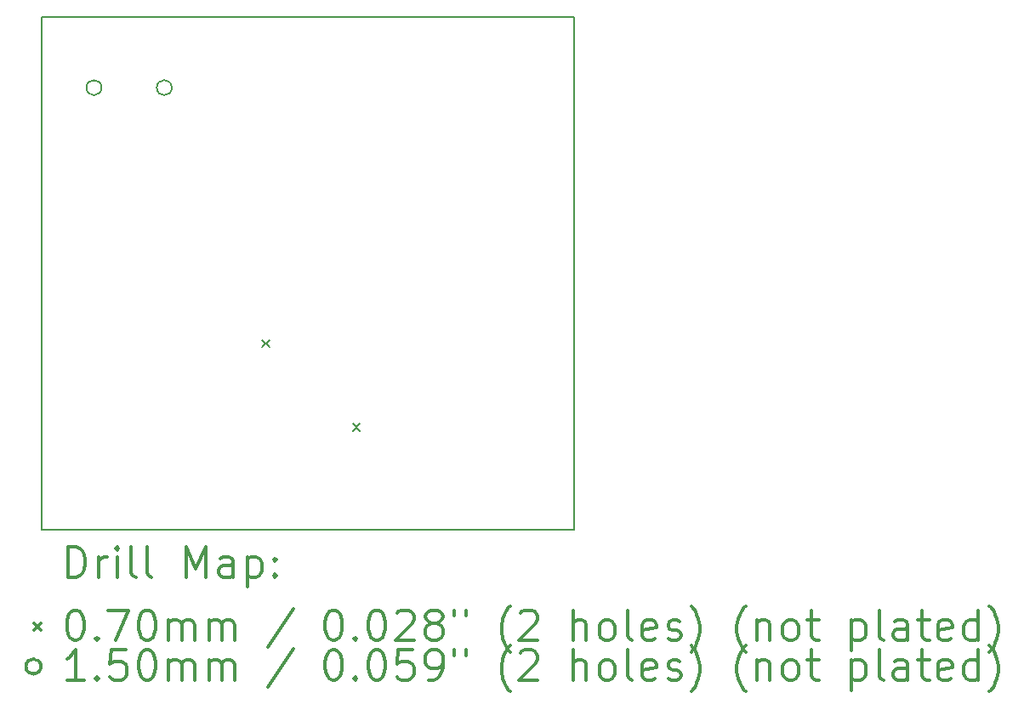
<source format=gbr>
%FSLAX45Y45*%
G04 Gerber Fmt 4.5, Leading zero omitted, Abs format (unit mm)*
G04 Created by KiCad (PCBNEW 4.0.5+dfsg1-4) date Mon Aug 13 15:56:23 2018*
%MOMM*%
%LPD*%
G01*
G04 APERTURE LIST*
%ADD10C,0.127000*%
%ADD11C,0.150000*%
%ADD12C,0.200000*%
%ADD13C,0.300000*%
G04 APERTURE END LIST*
D10*
D11*
X4950000Y-8200000D02*
X4950000Y-13150000D01*
X10250000Y-8050000D02*
X10250000Y-8200000D01*
X4950000Y-8050000D02*
X4950000Y-8200000D01*
X10250000Y-8050000D02*
X4950000Y-8050000D01*
X10250000Y-13150000D02*
X4950000Y-13150000D01*
X10250000Y-8200000D02*
X10250000Y-13150000D01*
D12*
X7145160Y-11265750D02*
X7215160Y-11335750D01*
X7215160Y-11265750D02*
X7145160Y-11335750D01*
X8045160Y-12095750D02*
X8115160Y-12165750D01*
X8115160Y-12095750D02*
X8045160Y-12165750D01*
X5545000Y-8750000D02*
G75*
G03X5545000Y-8750000I-75000J0D01*
G01*
X6245000Y-8750000D02*
G75*
G03X6245000Y-8750000I-75000J0D01*
G01*
D13*
X5213929Y-13623214D02*
X5213929Y-13323214D01*
X5285357Y-13323214D01*
X5328214Y-13337500D01*
X5356786Y-13366071D01*
X5371071Y-13394643D01*
X5385357Y-13451786D01*
X5385357Y-13494643D01*
X5371071Y-13551786D01*
X5356786Y-13580357D01*
X5328214Y-13608929D01*
X5285357Y-13623214D01*
X5213929Y-13623214D01*
X5513929Y-13623214D02*
X5513929Y-13423214D01*
X5513929Y-13480357D02*
X5528214Y-13451786D01*
X5542500Y-13437500D01*
X5571071Y-13423214D01*
X5599643Y-13423214D01*
X5699643Y-13623214D02*
X5699643Y-13423214D01*
X5699643Y-13323214D02*
X5685357Y-13337500D01*
X5699643Y-13351786D01*
X5713928Y-13337500D01*
X5699643Y-13323214D01*
X5699643Y-13351786D01*
X5885357Y-13623214D02*
X5856786Y-13608929D01*
X5842500Y-13580357D01*
X5842500Y-13323214D01*
X6042500Y-13623214D02*
X6013928Y-13608929D01*
X5999643Y-13580357D01*
X5999643Y-13323214D01*
X6385357Y-13623214D02*
X6385357Y-13323214D01*
X6485357Y-13537500D01*
X6585357Y-13323214D01*
X6585357Y-13623214D01*
X6856786Y-13623214D02*
X6856786Y-13466071D01*
X6842500Y-13437500D01*
X6813928Y-13423214D01*
X6756786Y-13423214D01*
X6728214Y-13437500D01*
X6856786Y-13608929D02*
X6828214Y-13623214D01*
X6756786Y-13623214D01*
X6728214Y-13608929D01*
X6713928Y-13580357D01*
X6713928Y-13551786D01*
X6728214Y-13523214D01*
X6756786Y-13508929D01*
X6828214Y-13508929D01*
X6856786Y-13494643D01*
X6999643Y-13423214D02*
X6999643Y-13723214D01*
X6999643Y-13437500D02*
X7028214Y-13423214D01*
X7085357Y-13423214D01*
X7113928Y-13437500D01*
X7128214Y-13451786D01*
X7142500Y-13480357D01*
X7142500Y-13566071D01*
X7128214Y-13594643D01*
X7113928Y-13608929D01*
X7085357Y-13623214D01*
X7028214Y-13623214D01*
X6999643Y-13608929D01*
X7271071Y-13594643D02*
X7285357Y-13608929D01*
X7271071Y-13623214D01*
X7256786Y-13608929D01*
X7271071Y-13594643D01*
X7271071Y-13623214D01*
X7271071Y-13437500D02*
X7285357Y-13451786D01*
X7271071Y-13466071D01*
X7256786Y-13451786D01*
X7271071Y-13437500D01*
X7271071Y-13466071D01*
X4872500Y-14082500D02*
X4942500Y-14152500D01*
X4942500Y-14082500D02*
X4872500Y-14152500D01*
X5271071Y-13953214D02*
X5299643Y-13953214D01*
X5328214Y-13967500D01*
X5342500Y-13981786D01*
X5356786Y-14010357D01*
X5371071Y-14067500D01*
X5371071Y-14138929D01*
X5356786Y-14196071D01*
X5342500Y-14224643D01*
X5328214Y-14238929D01*
X5299643Y-14253214D01*
X5271071Y-14253214D01*
X5242500Y-14238929D01*
X5228214Y-14224643D01*
X5213929Y-14196071D01*
X5199643Y-14138929D01*
X5199643Y-14067500D01*
X5213929Y-14010357D01*
X5228214Y-13981786D01*
X5242500Y-13967500D01*
X5271071Y-13953214D01*
X5499643Y-14224643D02*
X5513929Y-14238929D01*
X5499643Y-14253214D01*
X5485357Y-14238929D01*
X5499643Y-14224643D01*
X5499643Y-14253214D01*
X5613928Y-13953214D02*
X5813928Y-13953214D01*
X5685357Y-14253214D01*
X5985357Y-13953214D02*
X6013928Y-13953214D01*
X6042500Y-13967500D01*
X6056786Y-13981786D01*
X6071071Y-14010357D01*
X6085357Y-14067500D01*
X6085357Y-14138929D01*
X6071071Y-14196071D01*
X6056786Y-14224643D01*
X6042500Y-14238929D01*
X6013928Y-14253214D01*
X5985357Y-14253214D01*
X5956786Y-14238929D01*
X5942500Y-14224643D01*
X5928214Y-14196071D01*
X5913928Y-14138929D01*
X5913928Y-14067500D01*
X5928214Y-14010357D01*
X5942500Y-13981786D01*
X5956786Y-13967500D01*
X5985357Y-13953214D01*
X6213928Y-14253214D02*
X6213928Y-14053214D01*
X6213928Y-14081786D02*
X6228214Y-14067500D01*
X6256786Y-14053214D01*
X6299643Y-14053214D01*
X6328214Y-14067500D01*
X6342500Y-14096071D01*
X6342500Y-14253214D01*
X6342500Y-14096071D02*
X6356786Y-14067500D01*
X6385357Y-14053214D01*
X6428214Y-14053214D01*
X6456786Y-14067500D01*
X6471071Y-14096071D01*
X6471071Y-14253214D01*
X6613928Y-14253214D02*
X6613928Y-14053214D01*
X6613928Y-14081786D02*
X6628214Y-14067500D01*
X6656786Y-14053214D01*
X6699643Y-14053214D01*
X6728214Y-14067500D01*
X6742500Y-14096071D01*
X6742500Y-14253214D01*
X6742500Y-14096071D02*
X6756786Y-14067500D01*
X6785357Y-14053214D01*
X6828214Y-14053214D01*
X6856786Y-14067500D01*
X6871071Y-14096071D01*
X6871071Y-14253214D01*
X7456786Y-13938929D02*
X7199643Y-14324643D01*
X7842500Y-13953214D02*
X7871071Y-13953214D01*
X7899643Y-13967500D01*
X7913928Y-13981786D01*
X7928214Y-14010357D01*
X7942500Y-14067500D01*
X7942500Y-14138929D01*
X7928214Y-14196071D01*
X7913928Y-14224643D01*
X7899643Y-14238929D01*
X7871071Y-14253214D01*
X7842500Y-14253214D01*
X7813928Y-14238929D01*
X7799643Y-14224643D01*
X7785357Y-14196071D01*
X7771071Y-14138929D01*
X7771071Y-14067500D01*
X7785357Y-14010357D01*
X7799643Y-13981786D01*
X7813928Y-13967500D01*
X7842500Y-13953214D01*
X8071071Y-14224643D02*
X8085357Y-14238929D01*
X8071071Y-14253214D01*
X8056786Y-14238929D01*
X8071071Y-14224643D01*
X8071071Y-14253214D01*
X8271071Y-13953214D02*
X8299643Y-13953214D01*
X8328214Y-13967500D01*
X8342500Y-13981786D01*
X8356785Y-14010357D01*
X8371071Y-14067500D01*
X8371071Y-14138929D01*
X8356785Y-14196071D01*
X8342500Y-14224643D01*
X8328214Y-14238929D01*
X8299643Y-14253214D01*
X8271071Y-14253214D01*
X8242500Y-14238929D01*
X8228214Y-14224643D01*
X8213928Y-14196071D01*
X8199643Y-14138929D01*
X8199643Y-14067500D01*
X8213928Y-14010357D01*
X8228214Y-13981786D01*
X8242500Y-13967500D01*
X8271071Y-13953214D01*
X8485357Y-13981786D02*
X8499643Y-13967500D01*
X8528214Y-13953214D01*
X8599643Y-13953214D01*
X8628214Y-13967500D01*
X8642500Y-13981786D01*
X8656786Y-14010357D01*
X8656786Y-14038929D01*
X8642500Y-14081786D01*
X8471071Y-14253214D01*
X8656786Y-14253214D01*
X8828214Y-14081786D02*
X8799643Y-14067500D01*
X8785357Y-14053214D01*
X8771071Y-14024643D01*
X8771071Y-14010357D01*
X8785357Y-13981786D01*
X8799643Y-13967500D01*
X8828214Y-13953214D01*
X8885357Y-13953214D01*
X8913928Y-13967500D01*
X8928214Y-13981786D01*
X8942500Y-14010357D01*
X8942500Y-14024643D01*
X8928214Y-14053214D01*
X8913928Y-14067500D01*
X8885357Y-14081786D01*
X8828214Y-14081786D01*
X8799643Y-14096071D01*
X8785357Y-14110357D01*
X8771071Y-14138929D01*
X8771071Y-14196071D01*
X8785357Y-14224643D01*
X8799643Y-14238929D01*
X8828214Y-14253214D01*
X8885357Y-14253214D01*
X8913928Y-14238929D01*
X8928214Y-14224643D01*
X8942500Y-14196071D01*
X8942500Y-14138929D01*
X8928214Y-14110357D01*
X8913928Y-14096071D01*
X8885357Y-14081786D01*
X9056786Y-13953214D02*
X9056786Y-14010357D01*
X9171071Y-13953214D02*
X9171071Y-14010357D01*
X9613928Y-14367500D02*
X9599643Y-14353214D01*
X9571071Y-14310357D01*
X9556786Y-14281786D01*
X9542500Y-14238929D01*
X9528214Y-14167500D01*
X9528214Y-14110357D01*
X9542500Y-14038929D01*
X9556786Y-13996071D01*
X9571071Y-13967500D01*
X9599643Y-13924643D01*
X9613928Y-13910357D01*
X9713928Y-13981786D02*
X9728214Y-13967500D01*
X9756786Y-13953214D01*
X9828214Y-13953214D01*
X9856786Y-13967500D01*
X9871071Y-13981786D01*
X9885357Y-14010357D01*
X9885357Y-14038929D01*
X9871071Y-14081786D01*
X9699643Y-14253214D01*
X9885357Y-14253214D01*
X10242500Y-14253214D02*
X10242500Y-13953214D01*
X10371071Y-14253214D02*
X10371071Y-14096071D01*
X10356786Y-14067500D01*
X10328214Y-14053214D01*
X10285357Y-14053214D01*
X10256786Y-14067500D01*
X10242500Y-14081786D01*
X10556786Y-14253214D02*
X10528214Y-14238929D01*
X10513928Y-14224643D01*
X10499643Y-14196071D01*
X10499643Y-14110357D01*
X10513928Y-14081786D01*
X10528214Y-14067500D01*
X10556786Y-14053214D01*
X10599643Y-14053214D01*
X10628214Y-14067500D01*
X10642500Y-14081786D01*
X10656786Y-14110357D01*
X10656786Y-14196071D01*
X10642500Y-14224643D01*
X10628214Y-14238929D01*
X10599643Y-14253214D01*
X10556786Y-14253214D01*
X10828214Y-14253214D02*
X10799643Y-14238929D01*
X10785357Y-14210357D01*
X10785357Y-13953214D01*
X11056786Y-14238929D02*
X11028214Y-14253214D01*
X10971071Y-14253214D01*
X10942500Y-14238929D01*
X10928214Y-14210357D01*
X10928214Y-14096071D01*
X10942500Y-14067500D01*
X10971071Y-14053214D01*
X11028214Y-14053214D01*
X11056786Y-14067500D01*
X11071071Y-14096071D01*
X11071071Y-14124643D01*
X10928214Y-14153214D01*
X11185357Y-14238929D02*
X11213928Y-14253214D01*
X11271071Y-14253214D01*
X11299643Y-14238929D01*
X11313928Y-14210357D01*
X11313928Y-14196071D01*
X11299643Y-14167500D01*
X11271071Y-14153214D01*
X11228214Y-14153214D01*
X11199643Y-14138929D01*
X11185357Y-14110357D01*
X11185357Y-14096071D01*
X11199643Y-14067500D01*
X11228214Y-14053214D01*
X11271071Y-14053214D01*
X11299643Y-14067500D01*
X11413928Y-14367500D02*
X11428214Y-14353214D01*
X11456786Y-14310357D01*
X11471071Y-14281786D01*
X11485357Y-14238929D01*
X11499643Y-14167500D01*
X11499643Y-14110357D01*
X11485357Y-14038929D01*
X11471071Y-13996071D01*
X11456786Y-13967500D01*
X11428214Y-13924643D01*
X11413928Y-13910357D01*
X11956786Y-14367500D02*
X11942500Y-14353214D01*
X11913928Y-14310357D01*
X11899643Y-14281786D01*
X11885357Y-14238929D01*
X11871071Y-14167500D01*
X11871071Y-14110357D01*
X11885357Y-14038929D01*
X11899643Y-13996071D01*
X11913928Y-13967500D01*
X11942500Y-13924643D01*
X11956786Y-13910357D01*
X12071071Y-14053214D02*
X12071071Y-14253214D01*
X12071071Y-14081786D02*
X12085357Y-14067500D01*
X12113928Y-14053214D01*
X12156786Y-14053214D01*
X12185357Y-14067500D01*
X12199643Y-14096071D01*
X12199643Y-14253214D01*
X12385357Y-14253214D02*
X12356786Y-14238929D01*
X12342500Y-14224643D01*
X12328214Y-14196071D01*
X12328214Y-14110357D01*
X12342500Y-14081786D01*
X12356786Y-14067500D01*
X12385357Y-14053214D01*
X12428214Y-14053214D01*
X12456786Y-14067500D01*
X12471071Y-14081786D01*
X12485357Y-14110357D01*
X12485357Y-14196071D01*
X12471071Y-14224643D01*
X12456786Y-14238929D01*
X12428214Y-14253214D01*
X12385357Y-14253214D01*
X12571071Y-14053214D02*
X12685357Y-14053214D01*
X12613928Y-13953214D02*
X12613928Y-14210357D01*
X12628214Y-14238929D01*
X12656786Y-14253214D01*
X12685357Y-14253214D01*
X13013928Y-14053214D02*
X13013928Y-14353214D01*
X13013928Y-14067500D02*
X13042500Y-14053214D01*
X13099643Y-14053214D01*
X13128214Y-14067500D01*
X13142500Y-14081786D01*
X13156786Y-14110357D01*
X13156786Y-14196071D01*
X13142500Y-14224643D01*
X13128214Y-14238929D01*
X13099643Y-14253214D01*
X13042500Y-14253214D01*
X13013928Y-14238929D01*
X13328214Y-14253214D02*
X13299643Y-14238929D01*
X13285357Y-14210357D01*
X13285357Y-13953214D01*
X13571071Y-14253214D02*
X13571071Y-14096071D01*
X13556786Y-14067500D01*
X13528214Y-14053214D01*
X13471071Y-14053214D01*
X13442500Y-14067500D01*
X13571071Y-14238929D02*
X13542500Y-14253214D01*
X13471071Y-14253214D01*
X13442500Y-14238929D01*
X13428214Y-14210357D01*
X13428214Y-14181786D01*
X13442500Y-14153214D01*
X13471071Y-14138929D01*
X13542500Y-14138929D01*
X13571071Y-14124643D01*
X13671071Y-14053214D02*
X13785357Y-14053214D01*
X13713929Y-13953214D02*
X13713929Y-14210357D01*
X13728214Y-14238929D01*
X13756786Y-14253214D01*
X13785357Y-14253214D01*
X13999643Y-14238929D02*
X13971071Y-14253214D01*
X13913929Y-14253214D01*
X13885357Y-14238929D01*
X13871071Y-14210357D01*
X13871071Y-14096071D01*
X13885357Y-14067500D01*
X13913929Y-14053214D01*
X13971071Y-14053214D01*
X13999643Y-14067500D01*
X14013929Y-14096071D01*
X14013929Y-14124643D01*
X13871071Y-14153214D01*
X14271071Y-14253214D02*
X14271071Y-13953214D01*
X14271071Y-14238929D02*
X14242500Y-14253214D01*
X14185357Y-14253214D01*
X14156786Y-14238929D01*
X14142500Y-14224643D01*
X14128214Y-14196071D01*
X14128214Y-14110357D01*
X14142500Y-14081786D01*
X14156786Y-14067500D01*
X14185357Y-14053214D01*
X14242500Y-14053214D01*
X14271071Y-14067500D01*
X14385357Y-14367500D02*
X14399643Y-14353214D01*
X14428214Y-14310357D01*
X14442500Y-14281786D01*
X14456786Y-14238929D01*
X14471071Y-14167500D01*
X14471071Y-14110357D01*
X14456786Y-14038929D01*
X14442500Y-13996071D01*
X14428214Y-13967500D01*
X14399643Y-13924643D01*
X14385357Y-13910357D01*
X4942500Y-14513500D02*
G75*
G03X4942500Y-14513500I-75000J0D01*
G01*
X5371071Y-14649214D02*
X5199643Y-14649214D01*
X5285357Y-14649214D02*
X5285357Y-14349214D01*
X5256786Y-14392071D01*
X5228214Y-14420643D01*
X5199643Y-14434929D01*
X5499643Y-14620643D02*
X5513929Y-14634929D01*
X5499643Y-14649214D01*
X5485357Y-14634929D01*
X5499643Y-14620643D01*
X5499643Y-14649214D01*
X5785357Y-14349214D02*
X5642500Y-14349214D01*
X5628214Y-14492071D01*
X5642500Y-14477786D01*
X5671071Y-14463500D01*
X5742500Y-14463500D01*
X5771071Y-14477786D01*
X5785357Y-14492071D01*
X5799643Y-14520643D01*
X5799643Y-14592071D01*
X5785357Y-14620643D01*
X5771071Y-14634929D01*
X5742500Y-14649214D01*
X5671071Y-14649214D01*
X5642500Y-14634929D01*
X5628214Y-14620643D01*
X5985357Y-14349214D02*
X6013928Y-14349214D01*
X6042500Y-14363500D01*
X6056786Y-14377786D01*
X6071071Y-14406357D01*
X6085357Y-14463500D01*
X6085357Y-14534929D01*
X6071071Y-14592071D01*
X6056786Y-14620643D01*
X6042500Y-14634929D01*
X6013928Y-14649214D01*
X5985357Y-14649214D01*
X5956786Y-14634929D01*
X5942500Y-14620643D01*
X5928214Y-14592071D01*
X5913928Y-14534929D01*
X5913928Y-14463500D01*
X5928214Y-14406357D01*
X5942500Y-14377786D01*
X5956786Y-14363500D01*
X5985357Y-14349214D01*
X6213928Y-14649214D02*
X6213928Y-14449214D01*
X6213928Y-14477786D02*
X6228214Y-14463500D01*
X6256786Y-14449214D01*
X6299643Y-14449214D01*
X6328214Y-14463500D01*
X6342500Y-14492071D01*
X6342500Y-14649214D01*
X6342500Y-14492071D02*
X6356786Y-14463500D01*
X6385357Y-14449214D01*
X6428214Y-14449214D01*
X6456786Y-14463500D01*
X6471071Y-14492071D01*
X6471071Y-14649214D01*
X6613928Y-14649214D02*
X6613928Y-14449214D01*
X6613928Y-14477786D02*
X6628214Y-14463500D01*
X6656786Y-14449214D01*
X6699643Y-14449214D01*
X6728214Y-14463500D01*
X6742500Y-14492071D01*
X6742500Y-14649214D01*
X6742500Y-14492071D02*
X6756786Y-14463500D01*
X6785357Y-14449214D01*
X6828214Y-14449214D01*
X6856786Y-14463500D01*
X6871071Y-14492071D01*
X6871071Y-14649214D01*
X7456786Y-14334929D02*
X7199643Y-14720643D01*
X7842500Y-14349214D02*
X7871071Y-14349214D01*
X7899643Y-14363500D01*
X7913928Y-14377786D01*
X7928214Y-14406357D01*
X7942500Y-14463500D01*
X7942500Y-14534929D01*
X7928214Y-14592071D01*
X7913928Y-14620643D01*
X7899643Y-14634929D01*
X7871071Y-14649214D01*
X7842500Y-14649214D01*
X7813928Y-14634929D01*
X7799643Y-14620643D01*
X7785357Y-14592071D01*
X7771071Y-14534929D01*
X7771071Y-14463500D01*
X7785357Y-14406357D01*
X7799643Y-14377786D01*
X7813928Y-14363500D01*
X7842500Y-14349214D01*
X8071071Y-14620643D02*
X8085357Y-14634929D01*
X8071071Y-14649214D01*
X8056786Y-14634929D01*
X8071071Y-14620643D01*
X8071071Y-14649214D01*
X8271071Y-14349214D02*
X8299643Y-14349214D01*
X8328214Y-14363500D01*
X8342500Y-14377786D01*
X8356785Y-14406357D01*
X8371071Y-14463500D01*
X8371071Y-14534929D01*
X8356785Y-14592071D01*
X8342500Y-14620643D01*
X8328214Y-14634929D01*
X8299643Y-14649214D01*
X8271071Y-14649214D01*
X8242500Y-14634929D01*
X8228214Y-14620643D01*
X8213928Y-14592071D01*
X8199643Y-14534929D01*
X8199643Y-14463500D01*
X8213928Y-14406357D01*
X8228214Y-14377786D01*
X8242500Y-14363500D01*
X8271071Y-14349214D01*
X8642500Y-14349214D02*
X8499643Y-14349214D01*
X8485357Y-14492071D01*
X8499643Y-14477786D01*
X8528214Y-14463500D01*
X8599643Y-14463500D01*
X8628214Y-14477786D01*
X8642500Y-14492071D01*
X8656786Y-14520643D01*
X8656786Y-14592071D01*
X8642500Y-14620643D01*
X8628214Y-14634929D01*
X8599643Y-14649214D01*
X8528214Y-14649214D01*
X8499643Y-14634929D01*
X8485357Y-14620643D01*
X8799643Y-14649214D02*
X8856786Y-14649214D01*
X8885357Y-14634929D01*
X8899643Y-14620643D01*
X8928214Y-14577786D01*
X8942500Y-14520643D01*
X8942500Y-14406357D01*
X8928214Y-14377786D01*
X8913928Y-14363500D01*
X8885357Y-14349214D01*
X8828214Y-14349214D01*
X8799643Y-14363500D01*
X8785357Y-14377786D01*
X8771071Y-14406357D01*
X8771071Y-14477786D01*
X8785357Y-14506357D01*
X8799643Y-14520643D01*
X8828214Y-14534929D01*
X8885357Y-14534929D01*
X8913928Y-14520643D01*
X8928214Y-14506357D01*
X8942500Y-14477786D01*
X9056786Y-14349214D02*
X9056786Y-14406357D01*
X9171071Y-14349214D02*
X9171071Y-14406357D01*
X9613928Y-14763500D02*
X9599643Y-14749214D01*
X9571071Y-14706357D01*
X9556786Y-14677786D01*
X9542500Y-14634929D01*
X9528214Y-14563500D01*
X9528214Y-14506357D01*
X9542500Y-14434929D01*
X9556786Y-14392071D01*
X9571071Y-14363500D01*
X9599643Y-14320643D01*
X9613928Y-14306357D01*
X9713928Y-14377786D02*
X9728214Y-14363500D01*
X9756786Y-14349214D01*
X9828214Y-14349214D01*
X9856786Y-14363500D01*
X9871071Y-14377786D01*
X9885357Y-14406357D01*
X9885357Y-14434929D01*
X9871071Y-14477786D01*
X9699643Y-14649214D01*
X9885357Y-14649214D01*
X10242500Y-14649214D02*
X10242500Y-14349214D01*
X10371071Y-14649214D02*
X10371071Y-14492071D01*
X10356786Y-14463500D01*
X10328214Y-14449214D01*
X10285357Y-14449214D01*
X10256786Y-14463500D01*
X10242500Y-14477786D01*
X10556786Y-14649214D02*
X10528214Y-14634929D01*
X10513928Y-14620643D01*
X10499643Y-14592071D01*
X10499643Y-14506357D01*
X10513928Y-14477786D01*
X10528214Y-14463500D01*
X10556786Y-14449214D01*
X10599643Y-14449214D01*
X10628214Y-14463500D01*
X10642500Y-14477786D01*
X10656786Y-14506357D01*
X10656786Y-14592071D01*
X10642500Y-14620643D01*
X10628214Y-14634929D01*
X10599643Y-14649214D01*
X10556786Y-14649214D01*
X10828214Y-14649214D02*
X10799643Y-14634929D01*
X10785357Y-14606357D01*
X10785357Y-14349214D01*
X11056786Y-14634929D02*
X11028214Y-14649214D01*
X10971071Y-14649214D01*
X10942500Y-14634929D01*
X10928214Y-14606357D01*
X10928214Y-14492071D01*
X10942500Y-14463500D01*
X10971071Y-14449214D01*
X11028214Y-14449214D01*
X11056786Y-14463500D01*
X11071071Y-14492071D01*
X11071071Y-14520643D01*
X10928214Y-14549214D01*
X11185357Y-14634929D02*
X11213928Y-14649214D01*
X11271071Y-14649214D01*
X11299643Y-14634929D01*
X11313928Y-14606357D01*
X11313928Y-14592071D01*
X11299643Y-14563500D01*
X11271071Y-14549214D01*
X11228214Y-14549214D01*
X11199643Y-14534929D01*
X11185357Y-14506357D01*
X11185357Y-14492071D01*
X11199643Y-14463500D01*
X11228214Y-14449214D01*
X11271071Y-14449214D01*
X11299643Y-14463500D01*
X11413928Y-14763500D02*
X11428214Y-14749214D01*
X11456786Y-14706357D01*
X11471071Y-14677786D01*
X11485357Y-14634929D01*
X11499643Y-14563500D01*
X11499643Y-14506357D01*
X11485357Y-14434929D01*
X11471071Y-14392071D01*
X11456786Y-14363500D01*
X11428214Y-14320643D01*
X11413928Y-14306357D01*
X11956786Y-14763500D02*
X11942500Y-14749214D01*
X11913928Y-14706357D01*
X11899643Y-14677786D01*
X11885357Y-14634929D01*
X11871071Y-14563500D01*
X11871071Y-14506357D01*
X11885357Y-14434929D01*
X11899643Y-14392071D01*
X11913928Y-14363500D01*
X11942500Y-14320643D01*
X11956786Y-14306357D01*
X12071071Y-14449214D02*
X12071071Y-14649214D01*
X12071071Y-14477786D02*
X12085357Y-14463500D01*
X12113928Y-14449214D01*
X12156786Y-14449214D01*
X12185357Y-14463500D01*
X12199643Y-14492071D01*
X12199643Y-14649214D01*
X12385357Y-14649214D02*
X12356786Y-14634929D01*
X12342500Y-14620643D01*
X12328214Y-14592071D01*
X12328214Y-14506357D01*
X12342500Y-14477786D01*
X12356786Y-14463500D01*
X12385357Y-14449214D01*
X12428214Y-14449214D01*
X12456786Y-14463500D01*
X12471071Y-14477786D01*
X12485357Y-14506357D01*
X12485357Y-14592071D01*
X12471071Y-14620643D01*
X12456786Y-14634929D01*
X12428214Y-14649214D01*
X12385357Y-14649214D01*
X12571071Y-14449214D02*
X12685357Y-14449214D01*
X12613928Y-14349214D02*
X12613928Y-14606357D01*
X12628214Y-14634929D01*
X12656786Y-14649214D01*
X12685357Y-14649214D01*
X13013928Y-14449214D02*
X13013928Y-14749214D01*
X13013928Y-14463500D02*
X13042500Y-14449214D01*
X13099643Y-14449214D01*
X13128214Y-14463500D01*
X13142500Y-14477786D01*
X13156786Y-14506357D01*
X13156786Y-14592071D01*
X13142500Y-14620643D01*
X13128214Y-14634929D01*
X13099643Y-14649214D01*
X13042500Y-14649214D01*
X13013928Y-14634929D01*
X13328214Y-14649214D02*
X13299643Y-14634929D01*
X13285357Y-14606357D01*
X13285357Y-14349214D01*
X13571071Y-14649214D02*
X13571071Y-14492071D01*
X13556786Y-14463500D01*
X13528214Y-14449214D01*
X13471071Y-14449214D01*
X13442500Y-14463500D01*
X13571071Y-14634929D02*
X13542500Y-14649214D01*
X13471071Y-14649214D01*
X13442500Y-14634929D01*
X13428214Y-14606357D01*
X13428214Y-14577786D01*
X13442500Y-14549214D01*
X13471071Y-14534929D01*
X13542500Y-14534929D01*
X13571071Y-14520643D01*
X13671071Y-14449214D02*
X13785357Y-14449214D01*
X13713929Y-14349214D02*
X13713929Y-14606357D01*
X13728214Y-14634929D01*
X13756786Y-14649214D01*
X13785357Y-14649214D01*
X13999643Y-14634929D02*
X13971071Y-14649214D01*
X13913929Y-14649214D01*
X13885357Y-14634929D01*
X13871071Y-14606357D01*
X13871071Y-14492071D01*
X13885357Y-14463500D01*
X13913929Y-14449214D01*
X13971071Y-14449214D01*
X13999643Y-14463500D01*
X14013929Y-14492071D01*
X14013929Y-14520643D01*
X13871071Y-14549214D01*
X14271071Y-14649214D02*
X14271071Y-14349214D01*
X14271071Y-14634929D02*
X14242500Y-14649214D01*
X14185357Y-14649214D01*
X14156786Y-14634929D01*
X14142500Y-14620643D01*
X14128214Y-14592071D01*
X14128214Y-14506357D01*
X14142500Y-14477786D01*
X14156786Y-14463500D01*
X14185357Y-14449214D01*
X14242500Y-14449214D01*
X14271071Y-14463500D01*
X14385357Y-14763500D02*
X14399643Y-14749214D01*
X14428214Y-14706357D01*
X14442500Y-14677786D01*
X14456786Y-14634929D01*
X14471071Y-14563500D01*
X14471071Y-14506357D01*
X14456786Y-14434929D01*
X14442500Y-14392071D01*
X14428214Y-14363500D01*
X14399643Y-14320643D01*
X14385357Y-14306357D01*
M02*

</source>
